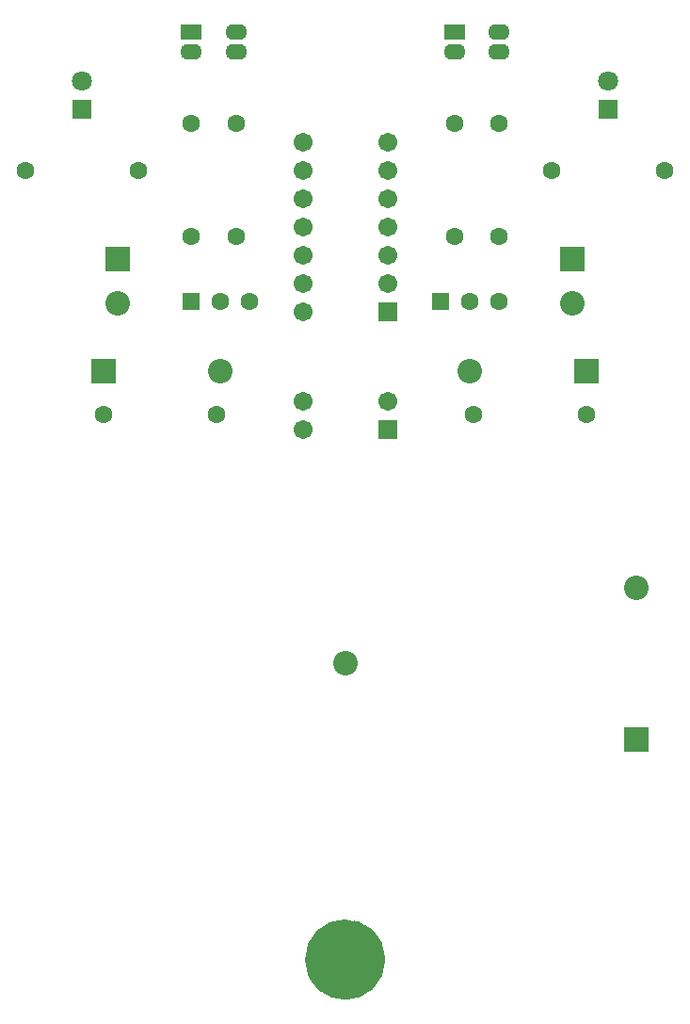
<source format=gbr>
G04 Layer_Color=16711935*
%FSLAX26Y26*%
%MOIN*%
%TF.FileFunction,Soldermask,Bot*%
%TF.Part,Single*%
G01*
G75*
%TA.AperFunction,ComponentPad*%
%ADD34C,0.067055*%
%ADD35R,0.067055X0.067055*%
%ADD36C,0.063118*%
%ADD37R,0.063118X0.063118*%
%ADD38R,0.086740X0.086740*%
%ADD39C,0.086740*%
%ADD40R,0.086740X0.086740*%
%ADD41R,0.076898X0.055244*%
%ADD42O,0.076898X0.055244*%
%ADD43C,0.070992*%
%ADD44R,0.070992X0.070992*%
%ADD45C,0.176228*%
%TA.AperFunction,ViaPad*%
%ADD46C,0.031622*%
%TA.AperFunction,NonConductor*%
%ADD51C,0.102362*%
D34*
X-150000Y530315D02*
D03*
Y430315D02*
D03*
X150000Y530315D02*
D03*
X-150000Y1446850D02*
D03*
Y1346850D02*
D03*
Y1246850D02*
D03*
Y1146850D02*
D03*
Y1046850D02*
D03*
Y946850D02*
D03*
Y846850D02*
D03*
X150000Y1446850D02*
D03*
Y1346850D02*
D03*
Y1246850D02*
D03*
Y1146850D02*
D03*
Y1046850D02*
D03*
Y946850D02*
D03*
D35*
Y430315D02*
D03*
Y846850D02*
D03*
D36*
X-386811Y1513914D02*
D03*
Y1113914D02*
D03*
X-339567Y884252D02*
D03*
X-441929D02*
D03*
X-544292Y1513914D02*
D03*
Y1113914D02*
D03*
X544292Y1513914D02*
D03*
Y1113914D02*
D03*
X386811Y1513914D02*
D03*
Y1113914D02*
D03*
X544292Y884252D02*
D03*
X441929D02*
D03*
X732284Y1346850D02*
D03*
X1132284D02*
D03*
X-453740Y484252D02*
D03*
X-853740D02*
D03*
X453740D02*
D03*
X853740D02*
D03*
X-732284Y1346850D02*
D03*
X-1132284D02*
D03*
D37*
X-544292Y884252D02*
D03*
X339567Y884252D02*
D03*
D38*
X-804150Y1034436D02*
D03*
X804149D02*
D03*
X1029921Y-665158D02*
D03*
D39*
X-804150Y876955D02*
D03*
X-441929Y637795D02*
D03*
X804149Y876955D02*
D03*
X441929Y637795D02*
D03*
X1029921Y-130118D02*
D03*
X0Y-397638D02*
D03*
D40*
X-853740Y637795D02*
D03*
X853740Y637795D02*
D03*
D41*
X-544291Y1836614D02*
D03*
X386811D02*
D03*
D42*
X-386811D02*
D03*
Y1765748D02*
D03*
X-544291D02*
D03*
X544291Y1836614D02*
D03*
Y1765748D02*
D03*
X386811D02*
D03*
D43*
X932284Y1663386D02*
D03*
X-932284Y1663386D02*
D03*
D44*
X932284Y1563386D02*
D03*
X-932284Y1563386D02*
D03*
D45*
X0Y-1444882D02*
D03*
D46*
Y-1358268D02*
D03*
X-61245Y-1383636D02*
D03*
X-86614Y-1444882D02*
D03*
X-61245Y-1506127D02*
D03*
X0Y-1531496D02*
D03*
X61245Y-1506127D02*
D03*
X86614Y-1444882D02*
D03*
X61245Y-1383636D02*
D03*
D51*
X90551Y-1444882D02*
G03*
X90551Y-1444882I-90551J0D01*
G01*
%TF.MD5,30a2c7034d0c4082f4e53931bae8ae8b*%
M02*

</source>
